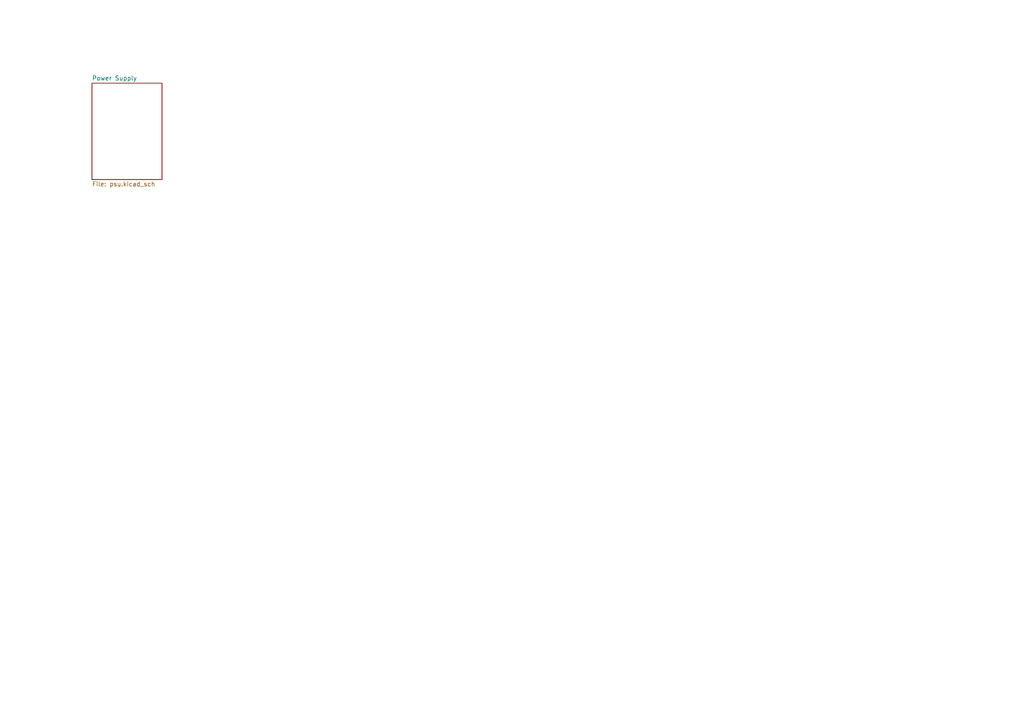
<source format=kicad_sch>
(kicad_sch (version 20211123) (generator eeschema)
  (paper "A4")
  (lib_symbols)
  (sheet (at 26.67 24.13) (size 20.32 27.94) (stroke (width 0.1524))
    (property "Sheet name" "Power Supply" (at 26.67 23.4184 0) (effects (justify left bottom)))
    (property "Sheet file" "psu.kicad_sch" (at 26.67 52.6546 0) (effects (justify left top)))
  )
)
</source>
